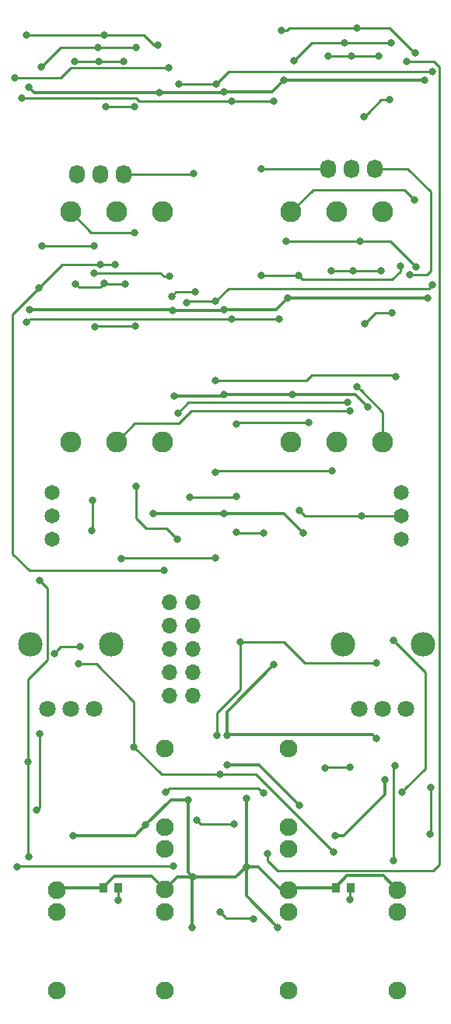
<source format=gbr>
G04 #@! TF.GenerationSoftware,KiCad,Pcbnew,(5.1.4-0-10_14)*
G04 #@! TF.CreationDate,2019-08-29T11:55:18-07:00*
G04 #@! TF.ProjectId,pcb-dualdrum-dev1,7063622d-6475-4616-9c64-72756d2d6465,rev?*
G04 #@! TF.SameCoordinates,Original*
G04 #@! TF.FileFunction,Copper,L2,Bot*
G04 #@! TF.FilePolarity,Positive*
%FSLAX46Y46*%
G04 Gerber Fmt 4.6, Leading zero omitted, Abs format (unit mm)*
G04 Created by KiCad (PCBNEW (5.1.4-0-10_14)) date 2019-08-29 11:55:18*
%MOMM*%
%LPD*%
G04 APERTURE LIST*
%ADD10O,1.700000X1.700000*%
%ADD11O,1.727200X2.032000*%
%ADD12C,1.651000*%
%ADD13C,1.803400*%
%ADD14C,2.667000*%
%ADD15C,2.286000*%
%ADD16C,1.930400*%
%ADD17R,0.820000X1.000000*%
%ADD18C,0.800000*%
%ADD19C,0.350000*%
%ADD20C,0.250000*%
G04 APERTURE END LIST*
D10*
X17758180Y44592700D03*
X20298180Y44592700D03*
X17758180Y42052700D03*
X20298180Y42052700D03*
X17758180Y39512700D03*
X20298180Y39512700D03*
X17758180Y36972700D03*
X20298180Y36972700D03*
X17758180Y34432700D03*
X20298180Y34432700D03*
D11*
X12796580Y91095500D03*
X10256580Y91095500D03*
X7716580Y91095500D03*
X40081180Y91715660D03*
X37541180Y91715660D03*
X35001180Y91715660D03*
D12*
X5005080Y56540000D03*
X5005080Y54000000D03*
X5005080Y51460000D03*
X43005080Y56540000D03*
X43005080Y54000000D03*
X43005080Y51460000D03*
D13*
X4464917Y32987757D03*
X7004917Y32987757D03*
X9544917Y32987757D03*
D14*
X11399117Y39998157D03*
X2610717Y39998157D03*
D15*
X7005080Y62046000D03*
X12005080Y62046000D03*
X17005080Y62046000D03*
X7005080Y87046000D03*
X12005080Y87046000D03*
X17005080Y87046000D03*
D13*
X38464917Y32987757D03*
X41004917Y32987757D03*
X43544917Y32987757D03*
D14*
X45399117Y39998157D03*
X36610717Y39998157D03*
D15*
X31005080Y62046000D03*
X36005080Y62046000D03*
X41005080Y62046000D03*
D16*
X17255080Y20097200D03*
X17255080Y17684200D03*
X17255080Y28657000D03*
X30755080Y20097200D03*
X30755080Y17684200D03*
X30755080Y28657000D03*
X17255080Y10902800D03*
X17255080Y13315800D03*
X17255080Y2343000D03*
X30755080Y10852800D03*
X30755080Y13265800D03*
X30755080Y2293000D03*
D17*
X10555080Y13500000D03*
X12155080Y13500000D03*
X35855080Y13500000D03*
X37455080Y13500000D03*
D15*
X31005080Y87046000D03*
X36005080Y87046000D03*
X41005080Y87046000D03*
D16*
X5455080Y10852800D03*
X5455080Y13265800D03*
X5455080Y2293000D03*
X42555080Y10852800D03*
X42555080Y13265800D03*
X42555080Y2293000D03*
D18*
X2402680Y100619400D03*
X16696580Y99990800D03*
X23678981Y100140601D03*
X30187860Y101378980D03*
X2510480Y76355900D03*
X18077180Y76339700D03*
X23678981Y76402099D03*
X30672630Y77682950D03*
X45877482Y77647800D03*
X15988080Y54200100D03*
X23678981Y54215199D03*
X32326580Y52070000D03*
X31158180Y67170300D03*
X23678981Y67169199D03*
X20261580Y9131300D03*
X29532580Y9194800D03*
X7294880Y19164300D03*
X35793680Y19151600D03*
X41184580Y25239900D03*
X31894780Y22466300D03*
X40289480Y29756100D03*
X18267680Y66967100D03*
X29151580Y37769800D03*
X24020780Y30099000D03*
X24032378Y26897498D03*
X20274280Y14643100D03*
X45559980Y101384100D03*
X39349669Y65849511D03*
X15181580Y20307300D03*
X19766278Y23074790D03*
X26141680Y23215602D03*
X26116280Y15786100D03*
X42118280Y40411400D03*
X43059190Y23914100D03*
X38207168Y68042510D03*
X38676580Y53949600D03*
X31920180Y54559200D03*
X42334180Y26809700D03*
X42130980Y16471900D03*
X7993380Y39738300D03*
X5213190Y39001700D03*
X18674080Y65176400D03*
X37152580Y66332100D03*
X37428057Y65370780D03*
X9364980Y55613300D03*
X9334880Y52352300D03*
X2392680Y27241500D03*
X3662680Y46926500D03*
X2468880Y16878300D03*
X22814280Y100914200D03*
X18813780Y100926900D03*
X22801580Y77292200D03*
X12489180Y49314100D03*
X35450780Y58877200D03*
X22801580Y58699400D03*
X42397680Y69138800D03*
X22801580Y68668900D03*
X22788880Y49390300D03*
X25443180Y40271700D03*
X23246080Y10833100D03*
X13898880Y28829000D03*
X23246080Y25819100D03*
X35603180Y17348200D03*
X7879080Y37833300D03*
X40276780Y37973000D03*
X22923785Y30118785D03*
X19639280Y77151390D03*
X46385480Y102273101D03*
X46413682Y79115146D03*
X26878280Y10134600D03*
X1643380Y99453700D03*
X24554180Y99072700D03*
X29075380Y99098100D03*
X24554180Y75374500D03*
X29710380Y75387200D03*
X19969480Y55968900D03*
X27983180Y52070000D03*
X25054140Y52201660D03*
X32910780Y64159290D03*
X20718780Y20828000D03*
X25074880Y56108600D03*
X25074880Y63982600D03*
X2227580Y75006200D03*
X24807388Y20396200D03*
X44450000Y88361520D03*
X35018980Y103965658D03*
X40518080Y103965658D03*
X37565741Y103965658D03*
X35399980Y80594200D03*
X40784780Y80632300D03*
X37774880Y80594200D03*
X37381180Y12192000D03*
X12146280Y12153900D03*
X31310580Y103454200D03*
X41873270Y105404339D03*
X36840731Y105404339D03*
X43953648Y80220419D03*
X42892980Y81140300D03*
X31805880Y80124300D03*
X27779980Y80162400D03*
X27754580Y91706700D03*
X17696180Y102692200D03*
X881380Y101625400D03*
X18229580Y15824176D03*
X1205230Y15805150D03*
X3789680Y102793800D03*
X14146782Y104898639D03*
X9948070Y104898639D03*
X18610580Y51435000D03*
X14114780Y57200800D03*
X20401280Y91211400D03*
X20604480Y78346300D03*
X18026380Y77876400D03*
X3561080Y78765400D03*
X11803380Y81318100D03*
X10267790Y81318100D03*
X17150080Y48006000D03*
X13980160Y84820760D03*
X7447280Y103415488D03*
X12793980Y103415486D03*
X10024768Y103415488D03*
X7510780Y79222600D03*
X12971780Y79209900D03*
X10697370Y79315792D03*
X43578780Y103403400D03*
X28414980Y17183100D03*
X17353280Y23939500D03*
X27983180Y23799800D03*
X46258480Y24447500D03*
X46106080Y19329400D03*
X3611880Y30226000D03*
X3319780Y21945600D03*
X29964380Y106832400D03*
X41689740Y99215660D03*
X38143180Y107073700D03*
X38930580Y97370900D03*
X44505167Y104308761D03*
X41943880Y76056900D03*
X38994080Y74853800D03*
X30485080Y83858100D03*
X44632880Y81076800D03*
X38499890Y83858100D03*
X2176780Y106273600D03*
X16527780Y105156000D03*
X13975080Y98501200D03*
X10673080Y106273600D03*
X10787878Y98501200D03*
X17734280Y79997300D03*
X14054280Y74615500D03*
X3903980Y83299300D03*
X9669780Y74523600D03*
X9543890Y80375270D03*
X9542780Y83299300D03*
X37387630Y26587350D03*
X34688780Y26492200D03*
D19*
X16130895Y99990800D02*
X16696580Y99990800D01*
X2402680Y100619400D02*
X3031280Y99990800D01*
X3031280Y99990800D02*
X16130895Y99990800D01*
X16696580Y99990800D02*
X23529180Y99990800D01*
X23529180Y99990800D02*
X23678981Y100140601D01*
X18060980Y76355900D02*
X18077180Y76339700D01*
X2510480Y76355900D02*
X18060980Y76355900D01*
X18077180Y76339700D02*
X23616582Y76339700D01*
X23616582Y76339700D02*
X23678981Y76402099D01*
X23678981Y76402099D02*
X29391779Y76402099D01*
X29391779Y76402099D02*
X30672630Y77682950D01*
X30672630Y77682950D02*
X45842332Y77682950D01*
X45842332Y77682950D02*
X45877482Y77647800D01*
X15988080Y54200100D02*
X23663882Y54200100D01*
X23663882Y54200100D02*
X23678981Y54215199D01*
X30181381Y54215199D02*
X23678981Y54215199D01*
X32326580Y52070000D02*
X30181381Y54215199D01*
X31158180Y67170300D02*
X23680082Y67170300D01*
X23680082Y67170300D02*
X23678981Y67169199D01*
X28949481Y100140601D02*
X24244666Y100140601D01*
X24244666Y100140601D02*
X23678981Y100140601D01*
X30187860Y101378980D02*
X28949481Y100140601D01*
X20286980Y9105900D02*
X20261580Y9131300D01*
X41184580Y23640800D02*
X41184580Y25239900D01*
X35793680Y19151600D02*
X36695380Y19151600D01*
X36695380Y19151600D02*
X41184580Y23640800D01*
X16289881Y14280999D02*
X17255080Y13315800D01*
X15813480Y14757400D02*
X16289881Y14280999D01*
X11722480Y14757400D02*
X15813480Y14757400D01*
X10555080Y13500000D02*
X10555080Y13590000D01*
X10555080Y13590000D02*
X11722480Y14757400D01*
X30989280Y13500000D02*
X30755080Y13265800D01*
X35855080Y13500000D02*
X30989280Y13500000D01*
X23476882Y66967100D02*
X23678981Y67169199D01*
X18267680Y66967100D02*
X23476882Y66967100D01*
X35855080Y13590000D02*
X37073280Y14808200D01*
X35855080Y13500000D02*
X35855080Y13590000D01*
X41012680Y14808200D02*
X42555080Y13265800D01*
X37073280Y14808200D02*
X41012680Y14808200D01*
X5689280Y13500000D02*
X5455080Y13265800D01*
X10555080Y13500000D02*
X5689280Y13500000D01*
X29151580Y37769800D02*
X24427180Y33045400D01*
X24077879Y30156099D02*
X24020780Y30099000D01*
X40289480Y29756100D02*
X39889481Y30156099D01*
X39889481Y30156099D02*
X24077879Y30156099D01*
X24020780Y32639000D02*
X24427180Y33045400D01*
X24020780Y30099000D02*
X24020780Y32639000D01*
X31894780Y22466300D02*
X27463582Y26897498D01*
X24598063Y26897498D02*
X24032378Y26897498D01*
X27463582Y26897498D02*
X24598063Y26897498D01*
X19708595Y14643100D02*
X20274280Y14643100D01*
X20261580Y9131300D02*
X20261580Y14630400D01*
X20261580Y14630400D02*
X20274280Y14643100D01*
X18582380Y14643100D02*
X19708595Y14643100D01*
X17255080Y13315800D02*
X18582380Y14643100D01*
X30187860Y101378980D02*
X45554860Y101378980D01*
X45554860Y101378980D02*
X45559980Y101384100D01*
X38028880Y67170300D02*
X39349669Y65849511D01*
X31158180Y67170300D02*
X38028880Y67170300D01*
X7294880Y19164300D02*
X14038580Y19164300D01*
X14038580Y19164300D02*
X15181580Y20307300D01*
X20274280Y14643100D02*
X19766278Y15151102D01*
X19766278Y22509105D02*
X19766278Y23074790D01*
X19766278Y15151102D02*
X19766278Y22509105D01*
X17949070Y23074790D02*
X19766278Y23074790D01*
X15181580Y20307300D02*
X17949070Y23074790D01*
X26116280Y15220415D02*
X26116280Y15786100D01*
X26116280Y12611100D02*
X26116280Y15220415D01*
X29532580Y9194800D02*
X26116280Y12611100D01*
X26141680Y15811500D02*
X26116280Y15786100D01*
X26141680Y23215602D02*
X26141680Y15811500D01*
X29970080Y13265800D02*
X30755080Y13265800D01*
X26116280Y15786100D02*
X27449780Y15786100D01*
X27449780Y15786100D02*
X29970080Y13265800D01*
X26102478Y15799902D02*
X26116280Y15786100D01*
X24973280Y14643100D02*
X26116280Y15786100D01*
X20274280Y14643100D02*
X24973280Y14643100D01*
D20*
X43459189Y24314099D02*
X43059190Y23914100D01*
X45623480Y36906200D02*
X45623480Y26478390D01*
X45623480Y26478390D02*
X43459189Y24314099D01*
X42118280Y40411400D02*
X45623480Y36906200D01*
X38607167Y67642511D02*
X38207168Y68042510D01*
X41005080Y62046000D02*
X41005080Y65244598D01*
X41005080Y65244598D02*
X38607167Y67642511D01*
X42954680Y53949600D02*
X43005080Y54000000D01*
X38676580Y53949600D02*
X42954680Y53949600D01*
X32529780Y53949600D02*
X38676580Y53949600D01*
X31920180Y54559200D02*
X32529780Y53949600D01*
X42130980Y26606500D02*
X42334180Y26809700D01*
X42130980Y16471900D02*
X42130980Y26606500D01*
X5949790Y39738300D02*
X5613189Y39401699D01*
X7993380Y39738300D02*
X5949790Y39738300D01*
X5613189Y39401699D02*
X5213190Y39001700D01*
X19829780Y66332100D02*
X36586895Y66332100D01*
X36586895Y66332100D02*
X37152580Y66332100D01*
X18674080Y65176400D02*
X19829780Y66332100D01*
X13992480Y64033400D02*
X18788380Y64033400D01*
X36862372Y65370780D02*
X37428057Y65370780D01*
X20125760Y65370780D02*
X36862372Y65370780D01*
X12005080Y62046000D02*
X13992480Y64033400D01*
X18788380Y64033400D02*
X20125760Y65370780D01*
X9334880Y52352300D02*
X9338680Y52348500D01*
X9364980Y55613300D02*
X9364980Y52382400D01*
X9364980Y52382400D02*
X9334880Y52352300D01*
X2392680Y27241500D02*
X2392680Y36195000D01*
X2392680Y36195000D02*
X4488180Y38290500D01*
X4488180Y38290500D02*
X4488180Y46101000D01*
X4488180Y46101000D02*
X3662680Y46926500D01*
X2392680Y27241500D02*
X2392680Y16954500D01*
X2392680Y16954500D02*
X2468880Y16878300D01*
X22814280Y100914200D02*
X18826480Y100914200D01*
X18826480Y100914200D02*
X18813780Y100926900D01*
X35450780Y58877200D02*
X22979380Y58877200D01*
X22979380Y58877200D02*
X22801580Y58699400D01*
X21544280Y49390300D02*
X22788880Y49390300D01*
X12489180Y49314100D02*
X12565380Y49390300D01*
X12565380Y49390300D02*
X21544280Y49390300D01*
X27132280Y25819100D02*
X23246080Y25819100D01*
X35603180Y17348200D02*
X27132280Y25819100D01*
X30243780Y40271700D02*
X25443180Y40271700D01*
X32529780Y37985700D02*
X30243780Y40271700D01*
X40276780Y37973000D02*
X40264080Y37985700D01*
X40264080Y37985700D02*
X32529780Y37985700D01*
X22923785Y30684470D02*
X22923785Y30118785D01*
X22923785Y32519905D02*
X22923785Y30684470D01*
X25443180Y40271700D02*
X25443180Y35039300D01*
X25443180Y35039300D02*
X22923785Y32519905D01*
X32656780Y68668900D02*
X22801580Y68668900D01*
X33240980Y69253100D02*
X32656780Y68668900D01*
X42397680Y69138800D02*
X42283380Y69253100D01*
X42283380Y69253100D02*
X33240980Y69253100D01*
X22801580Y77292200D02*
X19780090Y77292200D01*
X19780090Y77292200D02*
X19639280Y77151390D01*
X22814280Y100914200D02*
X24173181Y102273101D01*
X45819795Y102273101D02*
X46385480Y102273101D01*
X24173181Y102273101D02*
X45819795Y102273101D01*
X24201256Y78691876D02*
X45990412Y78691876D01*
X46013683Y78715147D02*
X46413682Y79115146D01*
X22801580Y77292200D02*
X24201256Y78691876D01*
X45990412Y78691876D02*
X46013683Y78715147D01*
X16908780Y25819100D02*
X23246080Y25819100D01*
X13898880Y28829000D02*
X16908780Y25819100D01*
X9796780Y37833300D02*
X7879080Y37833300D01*
X13898880Y28829000D02*
X13898880Y33731200D01*
X13898880Y33731200D02*
X9796780Y37833300D01*
X26852880Y10160000D02*
X26878280Y10134600D01*
X23842980Y10160000D02*
X26852880Y10160000D01*
X23246080Y10833100D02*
X23842980Y10236200D01*
X23842980Y10236200D02*
X23842980Y10160000D01*
X24554180Y99072700D02*
X29049980Y99072700D01*
X29049980Y99072700D02*
X29075380Y99098100D01*
X24554180Y75374500D02*
X29697680Y75374500D01*
X29697680Y75374500D02*
X29710380Y75387200D01*
X27983180Y52070000D02*
X25185800Y52070000D01*
X25185800Y52070000D02*
X25054140Y52201660D01*
X14476582Y99072700D02*
X23988495Y99072700D01*
X23988495Y99072700D02*
X24554180Y99072700D01*
X14095582Y99453700D02*
X14476582Y99072700D01*
X1643380Y99453700D02*
X14095582Y99453700D01*
X19969480Y55968900D02*
X24935180Y55968900D01*
X24935180Y55968900D02*
X25074880Y56108600D01*
X32910780Y64159290D02*
X25251570Y64159290D01*
X25251570Y64159290D02*
X25074880Y63982600D01*
X24554180Y75374500D02*
X2595880Y75374500D01*
X2595880Y75374500D02*
X2227580Y75006200D01*
X21150580Y20396200D02*
X24241703Y20396200D01*
X24241703Y20396200D02*
X24807388Y20396200D01*
X20718780Y20828000D02*
X21150580Y20396200D01*
X33402640Y89443560D02*
X31005080Y87046000D01*
X43367960Y89443560D02*
X33402640Y89443560D01*
X44450000Y88361520D02*
X43367960Y89443560D01*
X40518080Y103965658D02*
X37565741Y103965658D01*
X35018980Y103965658D02*
X37565741Y103965658D01*
X40746680Y80594200D02*
X40784780Y80632300D01*
X35399980Y80594200D02*
X37774880Y80594200D01*
X37774880Y80594200D02*
X40746680Y80594200D01*
X37381180Y13426100D02*
X37455080Y13500000D01*
X37381180Y12192000D02*
X37381180Y13426100D01*
X12146280Y13491200D02*
X12155080Y13500000D01*
X12146280Y12153900D02*
X12146280Y13491200D01*
X41873270Y105404339D02*
X36840731Y105404339D01*
X36275046Y105404339D02*
X36840731Y105404339D01*
X33260719Y105404339D02*
X36275046Y105404339D01*
X31310580Y103454200D02*
X33260719Y105404339D01*
X43696820Y91715660D02*
X40081180Y91715660D01*
X46182280Y89230200D02*
X43696820Y91715660D01*
X46182280Y80632300D02*
X46182280Y89230200D01*
X43953648Y80220419D02*
X45770399Y80220419D01*
X45770399Y80220419D02*
X46182280Y80632300D01*
X32237680Y79692500D02*
X31805880Y80124300D01*
X42010865Y79692500D02*
X32237680Y79692500D01*
X42892980Y81140300D02*
X42892980Y80574615D01*
X42892980Y80574615D02*
X42010865Y79692500D01*
X27818080Y80124300D02*
X27779980Y80162400D01*
X31805880Y80124300D02*
X27818080Y80124300D01*
X35001180Y91715660D02*
X27763540Y91715660D01*
X27763540Y91715660D02*
X27754580Y91706700D01*
X13141981Y102690485D02*
X7013765Y102690485D01*
X17696180Y102692200D02*
X13143696Y102692200D01*
X13143696Y102692200D02*
X13141981Y102690485D01*
X7013765Y102690485D02*
X5948680Y101625400D01*
X5948680Y101625400D02*
X881380Y101625400D01*
X1224256Y15824176D02*
X1205230Y15805150D01*
X18229580Y15824176D02*
X1224256Y15824176D01*
X3789680Y102793800D02*
X5894519Y104898639D01*
X5894519Y104898639D02*
X14146782Y104898639D01*
X18610580Y51435000D02*
X17454880Y52590700D01*
X17454880Y52590700D02*
X15219680Y52590700D01*
X15219680Y52590700D02*
X14114780Y53695600D01*
X14114780Y53695600D02*
X14114780Y57200800D01*
X12796580Y91095500D02*
X20285380Y91095500D01*
X20285380Y91095500D02*
X20401280Y91211400D01*
X18470880Y78320900D02*
X18026380Y77876400D01*
X20604480Y78346300D02*
X20579080Y78320900D01*
X20579080Y78320900D02*
X18470880Y78320900D01*
X6113780Y81318100D02*
X11237695Y81318100D01*
X11237695Y81318100D02*
X11803380Y81318100D01*
X3561080Y78765400D02*
X6113780Y81318100D01*
X2494280Y48006000D02*
X16584395Y48006000D01*
X701040Y49799240D02*
X2494280Y48006000D01*
X701040Y75905360D02*
X701040Y49799240D01*
X16584395Y48006000D02*
X17150080Y48006000D01*
X3561080Y78765400D02*
X701040Y75905360D01*
X9230320Y84820760D02*
X7005080Y87046000D01*
X13980160Y84820760D02*
X9230320Y84820760D01*
X12793978Y103415488D02*
X12793980Y103415486D01*
X10024768Y103415488D02*
X12793978Y103415488D01*
X7447280Y103415488D02*
X10024768Y103415488D01*
X12971780Y79209900D02*
X10803262Y79209900D01*
X10803262Y79209900D02*
X10697370Y79315792D01*
X7510780Y79222600D02*
X7910779Y78822601D01*
X7910779Y78822601D02*
X10204179Y78822601D01*
X10204179Y78822601D02*
X10297371Y78915793D01*
X10297371Y78915793D02*
X10697370Y79315792D01*
X27443481Y24339499D02*
X27583181Y24199799D01*
X17753279Y24339499D02*
X27443481Y24339499D01*
X17353280Y23939500D02*
X17753279Y24339499D01*
X27583181Y24199799D02*
X27983180Y23799800D01*
X29507180Y15328900D02*
X28414980Y16421100D01*
X46448980Y15328900D02*
X29507180Y15328900D01*
X47142400Y16022320D02*
X46448980Y15328900D01*
X47142400Y102824280D02*
X47142400Y16022320D01*
X44169865Y103378000D02*
X46588680Y103378000D01*
X46588680Y103378000D02*
X47142400Y102824280D01*
X44144465Y103403400D02*
X44169865Y103378000D01*
X28414980Y16421100D02*
X28414980Y17183100D01*
X43578780Y103403400D02*
X44144465Y103403400D01*
X46233080Y24422100D02*
X46258480Y24447500D01*
X46106080Y19329400D02*
X46233080Y19456400D01*
X46233080Y19456400D02*
X46233080Y24422100D01*
X3611880Y22237700D02*
X3319780Y21945600D01*
X3611880Y30226000D02*
X3611880Y22237700D01*
X30530065Y106832400D02*
X30771365Y107073700D01*
X29964380Y106832400D02*
X30530065Y106832400D01*
X30771365Y107073700D02*
X38143180Y107073700D01*
X40775340Y99215660D02*
X39330579Y97770899D01*
X39330579Y97770899D02*
X38930580Y97370900D01*
X41689740Y99215660D02*
X40775340Y99215660D01*
X44105168Y104708760D02*
X44505167Y104308761D01*
X41740228Y107073700D02*
X44105168Y104708760D01*
X38143180Y107073700D02*
X41740228Y107073700D01*
X41943880Y76056900D02*
X40197180Y76056900D01*
X40197180Y76056900D02*
X38994080Y74853800D01*
X44632880Y81076800D02*
X41851580Y83858100D01*
X39065575Y83858100D02*
X38499890Y83858100D01*
X41851580Y83858100D02*
X39065575Y83858100D01*
X30485080Y83858100D02*
X38499890Y83858100D01*
X2176780Y106273600D02*
X14952980Y106273600D01*
X14952980Y106273600D02*
X16070580Y105156000D01*
X16070580Y105156000D02*
X16527780Y105156000D01*
X13975080Y98501200D02*
X10787878Y98501200D01*
X14054280Y74615500D02*
X9761680Y74615500D01*
X9761680Y74615500D02*
X9669780Y74523600D01*
X17734280Y79997300D02*
X17168595Y79997300D01*
X17168595Y79997300D02*
X16790625Y80375270D01*
X16790625Y80375270D02*
X10109575Y80375270D01*
X10109575Y80375270D02*
X9543890Y80375270D01*
X3903980Y83299300D02*
X9542780Y83299300D01*
X37387630Y26587350D02*
X34783930Y26587350D01*
X34783930Y26587350D02*
X34688780Y26492200D01*
M02*

</source>
